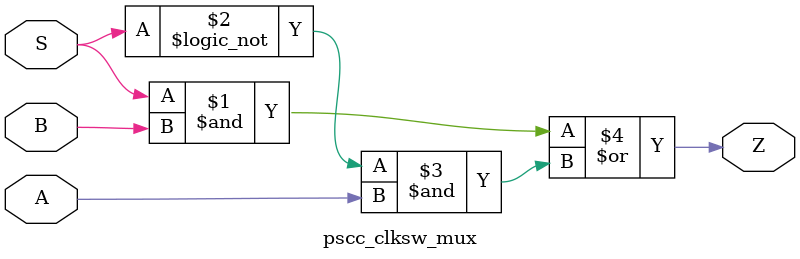
<source format=v>
module   pscc_clksw_mux(
output   Z,
input    A, //osc_clk
input    B, //scan_clk
input    S  //scan_mode 
);
assign   Z  = ((S&B)|((!S)&A));
endmodule


</source>
